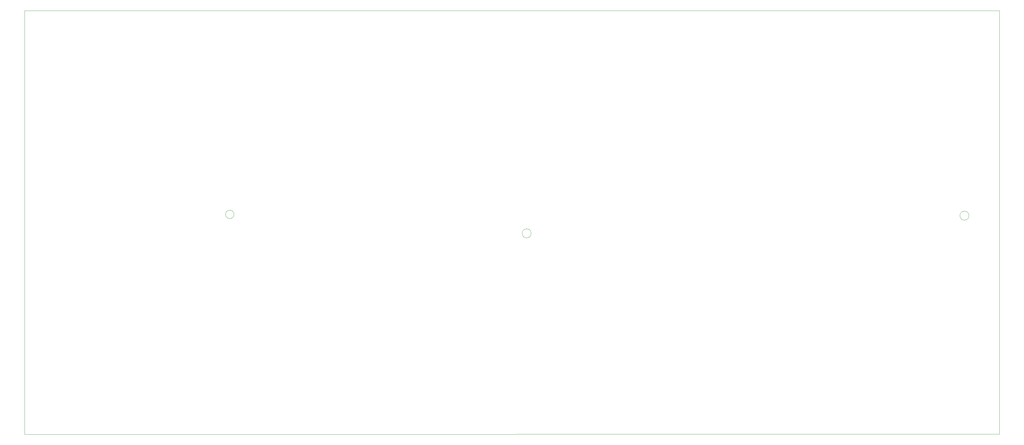
<source format=gbr>
%TF.GenerationSoftware,KiCad,Pcbnew,8.99.0-3334-g98ae574c78*%
%TF.CreationDate,2025-06-08T23:29:47-05:00*%
%TF.ProjectId,CircuitCyboard,43697263-7569-4744-9379-626f6172642e,1*%
%TF.SameCoordinates,Original*%
%TF.FileFunction,Profile,NP*%
%FSLAX46Y46*%
G04 Gerber Fmt 4.6, Leading zero omitted, Abs format (unit mm)*
G04 Created by KiCad (PCBNEW 8.99.0-3334-g98ae574c78) date 2025-06-08 23:29:47*
%MOMM*%
%LPD*%
G01*
G04 APERTURE LIST*
%TA.AperFunction,Profile*%
%ADD10C,0.050000*%
%TD*%
G04 APERTURE END LIST*
D10*
X32406094Y-157894970D02*
X334900000Y-157850000D01*
X97400000Y-89600000D02*
G75*
G02*
X94800000Y-89600000I-1300000J0D01*
G01*
X94800000Y-89600000D02*
G75*
G02*
X97400000Y-89600000I1300000J0D01*
G01*
X334900000Y-157850000D02*
X334900000Y-26300000D01*
X32406094Y-157894970D02*
X32406094Y-26350000D01*
X325400000Y-90000000D02*
G75*
G02*
X322600000Y-90000000I-1400000J0D01*
G01*
X322600000Y-90000000D02*
G75*
G02*
X325400000Y-90000000I1400000J0D01*
G01*
X334900000Y-26300000D02*
X32406094Y-26350000D01*
X189600000Y-95500000D02*
G75*
G02*
X186800000Y-95500000I-1400000J0D01*
G01*
X186800000Y-95500000D02*
G75*
G02*
X189600000Y-95500000I1400000J0D01*
G01*
M02*

</source>
